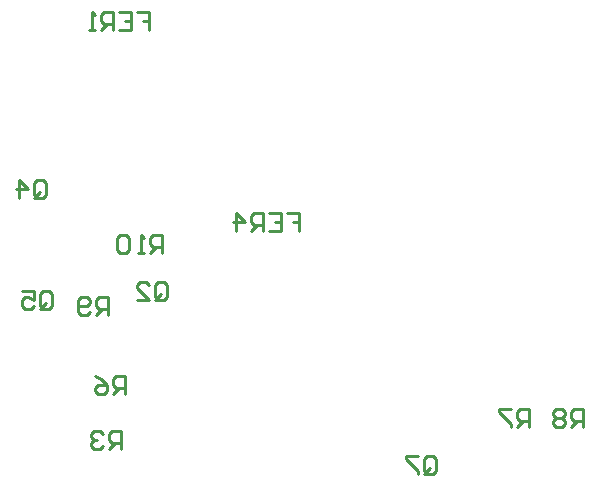
<source format=gbo>
G04 Layer_Color=32896*
%FSLAX43Y43*%
%MOMM*%
G71*
G01*
G75*
%ADD10C,0.254*%
D10*
X81839Y84099D02*
X82855D01*
Y83337D01*
X82347D01*
X82855D01*
Y82575D01*
X80316Y84099D02*
X81331D01*
Y82575D01*
X80316D01*
X81331Y83337D02*
X80823D01*
X79808Y82575D02*
Y84099D01*
X79046D01*
X78792Y83845D01*
Y83337D01*
X79046Y83083D01*
X79808D01*
X79300D02*
X78792Y82575D01*
X77523D02*
Y84099D01*
X78284Y83337D01*
X77269D01*
X69139Y101117D02*
X70155D01*
Y100355D01*
X69647D01*
X70155D01*
Y99593D01*
X67616Y101117D02*
X68631D01*
Y99593D01*
X67616D01*
X68631Y100355D02*
X68123D01*
X67108Y99593D02*
Y101117D01*
X66346D01*
X66092Y100863D01*
Y100355D01*
X66346Y100101D01*
X67108D01*
X66600D02*
X66092Y99593D01*
X65584D02*
X65076D01*
X65330D01*
Y101117D01*
X65584Y100863D01*
X70714Y77038D02*
Y78054D01*
X70968Y78308D01*
X71476D01*
X71730Y78054D01*
Y77038D01*
X71476Y76784D01*
X70968D01*
X71222Y77292D02*
X70714Y76784D01*
X70968D02*
X70714Y77038D01*
X69190Y76784D02*
X70206D01*
X69190Y77800D01*
Y78054D01*
X69444Y78308D01*
X69952D01*
X70206Y78054D01*
X60427Y85674D02*
Y86690D01*
X60681Y86944D01*
X61189D01*
X61443Y86690D01*
Y85674D01*
X61189Y85420D01*
X60681D01*
X60935Y85928D02*
X60427Y85420D01*
X60681D02*
X60427Y85674D01*
X59157Y85420D02*
Y86944D01*
X59919Y86182D01*
X58903D01*
X60935Y76276D02*
Y77292D01*
X61189Y77546D01*
X61697D01*
X61951Y77292D01*
Y76276D01*
X61697Y76022D01*
X61189D01*
X61443Y76530D02*
X60935Y76022D01*
X61189D02*
X60935Y76276D01*
X59411Y77546D02*
X60427D01*
Y76784D01*
X59919Y77038D01*
X59665D01*
X59411Y76784D01*
Y76276D01*
X59665Y76022D01*
X60173D01*
X60427Y76276D01*
X93447Y62306D02*
Y63322D01*
X93701Y63576D01*
X94209D01*
X94463Y63322D01*
Y62306D01*
X94209Y62052D01*
X93701D01*
X93955Y62560D02*
X93447Y62052D01*
X93701D02*
X93447Y62306D01*
X92939Y63576D02*
X91923D01*
Y63322D01*
X92939Y62306D01*
Y62052D01*
X67793Y64135D02*
Y65659D01*
X67031D01*
X66777Y65405D01*
Y64897D01*
X67031Y64643D01*
X67793D01*
X67285D02*
X66777Y64135D01*
X66269Y65405D02*
X66015Y65659D01*
X65507D01*
X65253Y65405D01*
Y65151D01*
X65507Y64897D01*
X65761D01*
X65507D01*
X65253Y64643D01*
Y64389D01*
X65507Y64135D01*
X66015D01*
X66269Y64389D01*
X68174Y68834D02*
Y70358D01*
X67412D01*
X67158Y70104D01*
Y69596D01*
X67412Y69342D01*
X68174D01*
X67666D02*
X67158Y68834D01*
X65634Y70358D02*
X66142Y70104D01*
X66650Y69596D01*
Y69088D01*
X66396Y68834D01*
X65888D01*
X65634Y69088D01*
Y69342D01*
X65888Y69596D01*
X66650D01*
X102387Y66040D02*
Y67564D01*
X101626D01*
X101372Y67310D01*
Y66802D01*
X101626Y66548D01*
X102387D01*
X101880D02*
X101372Y66040D01*
X100864Y67564D02*
X99848D01*
Y67310D01*
X100864Y66294D01*
Y66040D01*
X106959D02*
Y67564D01*
X106198D01*
X105944Y67310D01*
Y66802D01*
X106198Y66548D01*
X106959D01*
X106452D02*
X105944Y66040D01*
X105436Y67310D02*
X105182Y67564D01*
X104674D01*
X104420Y67310D01*
Y67056D01*
X104674Y66802D01*
X104420Y66548D01*
Y66294D01*
X104674Y66040D01*
X105182D01*
X105436Y66294D01*
Y66548D01*
X105182Y66802D01*
X105436Y67056D01*
Y67310D01*
X105182Y66802D02*
X104674D01*
X66700Y75463D02*
Y76987D01*
X65939D01*
X65685Y76733D01*
Y76225D01*
X65939Y75971D01*
X66700D01*
X66193D02*
X65685Y75463D01*
X65177Y75717D02*
X64923Y75463D01*
X64415D01*
X64161Y75717D01*
Y76733D01*
X64415Y76987D01*
X64923D01*
X65177Y76733D01*
Y76479D01*
X64923Y76225D01*
X64161D01*
X71272Y80772D02*
Y82296D01*
X70511D01*
X70257Y82042D01*
Y81534D01*
X70511Y81280D01*
X71272D01*
X70765D02*
X70257Y80772D01*
X69749D02*
X69241D01*
X69495D01*
Y82296D01*
X69749Y82042D01*
X68479D02*
X68225Y82296D01*
X67718D01*
X67464Y82042D01*
Y81026D01*
X67718Y80772D01*
X68225D01*
X68479Y81026D01*
Y82042D01*
M02*

</source>
